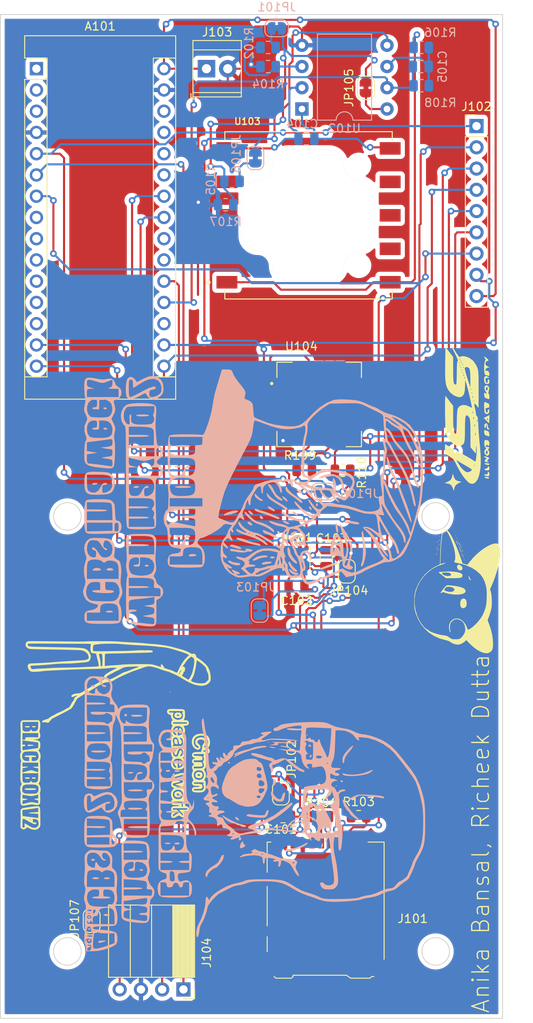
<source format=kicad_pcb>
(kicad_pcb (version 20211014) (generator pcbnew)
  (title_block (title "Payload Easy Board") (rev "1"))
  (layers (0 "F.Cu" signal) (31 "B.Cu" signal) (34 "B.Paste" user) (35 "F.Paste" user) (36 "B.SilkS" user "B.Silkscreen") (37 "F.SilkS" user "F.Silkscreen") (38 "B.Mask" user) (39 "F.Mask" user) (44 "Edge.Cuts" user))
  (net 0 "")
  (net 4 "GND")
  (net 5 "/CS_BME")
  (net 6 "/DOUT")
  (net 7 "/CS_SD")
  (net 14 "/MISO")
  (net 15 "/MOSI")
  (net 16 "/SCK")
  (net 17 "+3V3")
  (net 19 "/O3_OUT")
  (net 20 "/AOUT")
  (net 23 "/SDA")
  (net 24 "/SCL")
  (net 27 "+5V")
  (net 29 "VCC")
  (net 30 "Net-(J101-Pad1)")
  (net 31 "Net-(J101-Pad8)")
  (net 32 "Net-(R106-Pad1)")
  (net 33 "Net-(C104-Pad2)")
  (net 34 "Net-(C104-Pad1)")
  (net 35 "Net-(C105-Pad1)")
  (net 36 "Net-(R102-Pad2)")
  (net 37 "Net-(R105-Pad2)")
  (net 38 "Net-(C101-Pad2)")
  (net 39 "Net-(C102-Pad2)")
  (net 40 "Net-(C103-Pad1)")
  (net 41 "Net-(J104-Pad4)")
  (net 42 "Net-(JP101-Pad1)")
  (net 43 "Net-(JP105-Pad2)")
  (net 44 "Net-(JP106-Pad2)")
  (net 45 "Net-(JP108-Pad2)")
  (footprint "Capacitor_SMD:C_0805_2012Metric" (layer "F.Cu") (at 148.931 104.989 90)
    (fp_text reference "C103")
    (fp_text value "100nF")
  )
  (footprint "Capacitor_SMD:C_0805_2012Metric" (layer "F.Cu") (at 145.375 108.291)
    (fp_text reference "C102")
    (fp_text value "100nF")
  )
  (footprint "Resistor_SMD:R_0805_2012Metric" (layer "F.Cu") (at 146.304 94.488 180)
    (fp_text reference "R109")
    (fp_text value "10k")
  )
  (footprint "SCD41-D-R2:XDCR_SCD41-D-R2" (layer "F.Cu") (at 148.082 86.614)
    (fp_text reference "U104")
    (fp_text value "SCD41-D-R2")
  )
  (footprint "Jumper:SolderJumper-2_P1.3mm_Bridged_RoundedPad1.0x1.5mm" (layer "F.Cu") (at 120.904 148.336 -90)
    (fp_text reference "JP107")
    (fp_text value "Jumper_NC_Small")
  )
  (footprint "Resistor_SMD:R_0805_2012Metric" (layer "F.Cu") (at 152.8045 135.89)
    (fp_text reference "R103")
    (fp_text value "10k")
  )
  (footprint "110-407:XDCR_110-407" (layer "F.Cu") (at 146.812 64.008)
    (fp_text reference "U103")
    (fp_text value "110-407")
    (fp_line (start -2.415 7.875) (end 2.415 7.875) (layer "Edge.Cuts") (width 0.01))
    (fp_line (start 7.875 2.415) (end 7.875 -2.415) (layer "Edge.Cuts") (width 0.01))
    (fp_line (start -7.875 -2.415) (end -7.875 2.415) (layer "Edge.Cuts") (width 0.01))
    (fp_line (start 2.415 -7.875) (end -2.415 -7.875) (layer "Edge.Cuts") (width 0.01))
    (fp_arc (start 6.055 -4.235) (mid 4.768066 -4.768066) (end 4.235 -6.055) (layer "Edge.Cuts") (width 0.01))
    (fp_arc (start -6.055 4.235) (mid -7.341934 3.701934) (end -7.875 2.415) (layer "Edge.Cuts") (width 0.01))
    (fp_arc (start 7.875 2.415) (mid 7.341934 3.701934) (end 6.055 4.235) (layer "Edge.Cuts") (width 0.01))
    (fp_arc (start -7.875 -2.415) (mid -7.341934 -3.701934) (end -6.055 -4.235) (layer "Edge.Cuts") (width 0.01))
    (fp_arc (start 4.235 6.055) (mid 3.701934 7.341934) (end 2.415 7.875) (layer "Edge.Cuts") (width 0.01))
    (fp_arc (start -4.235 -6.055) (mid -4.768066 -4.768066) (end -6.055 -4.235) (layer "Edge.Cuts") (width 0.01))
    (fp_arc (start 6.055 -4.235) (mid 7.341934 -3.701934) (end 7.875 -2.415) (layer "Edge.Cuts") (width 0.01))
    (fp_arc (start -2.415 7.875) (mid -3.701934 7.341934) (end -4.235 6.055) (layer "Edge.Cuts") (width 0.01))
    (fp_arc (start 2.415 -7.875) (mid 3.701934 -7.341934) (end 4.235 -6.055) (layer "Edge.Cuts") (width 0.01))
    (fp_arc (start 4.235 6.055) (mid 4.768066 4.768066) (end 6.055 4.235) (layer "Edge.Cuts") (width 0.01))
    (fp_arc (start -4.235 -6.055) (mid -3.701934 -7.341934) (end -2.415 -7.875) (layer "Edge.Cuts") (width 0.01))
    (fp_arc (start -6.055 4.235) (mid -4.768066 4.768066) (end -4.235 6.055) (layer "Edge.Cuts") (width 0.01))
  )
  (footprint "Resistor_SMD:R_0805_2012Metric" (layer "F.Cu") (at 148.336 135.89)
    (fp_text reference "R101")
    (fp_text value "10k")
  )
  (footprint "meme:black_box_no_work" (layer "F.Cu") (at 124.206 125.984 -90)
    (fp_text reference "G***" hide)
    (fp_text value "LOGO" hide)
  )
  (footprint "LOGO" (layer "F.Cu") (at 164.592 108.966 90)
    (fp_text reference "G" hide)
    (fp_text value "LOGO" hide)
  )
  (footprint "TerminalBlock_TE-Connectivity:TerminalBlock_TE_282834-2_1x02_P2.54mm_Horizontal" (layer "F.Cu") (at 134.62 46.482)
    (fp_text reference "J103")
    (fp_text value "Screw_Terminal_01x02")
  )
  (footprint "Module:Arduino_Nano" (layer "F.Cu") (at 114.3 46.482)
    (fp_text reference "A101")
    (fp_text value "Arduino_Nano_v3.x")
  )
  (footprint "Capacitor_SMD:C_0805_2012Metric" (layer "F.Cu") (at 143.764 135.89)
    (fp_text reference "C101")
    (fp_text value "100 nF")
  )
  (footprint "Connector_Card:microSD_HC_Hirose_DM3AT-SF-PEJM5" (layer "F.Cu") (at 148.844 146.812)
    (fp_text reference "J101")
    (fp_text value "Micro_SD_Card")
  )
  (footprint "Jumper:SolderJumper-2_P1.3mm_Bridged_RoundedPad1.0x1.5mm" (layer "F.Cu") (at 143.51 133.096 90)
    (fp_text reference "JP102")
    (fp_text value "Jumper_NC_Small")
  )
  (footprint "Jumper:SolderJumper-2_P1.3mm_Bridged_RoundedPad1.0x1.5mm" (layer "F.Cu") (at 151.384 106.568 90)
    (fp_text reference "JP104")
    (fp_text value "Jumper_NC_Small")
  )
  (footprint "Jumper:SolderJumper-2_P1.3mm_Bridged_RoundedPad1.0x1.5mm" (layer "F.Cu") (at 153.67 48.768 -90)
    (fp_text reference "JP105")
    (fp_text value "Jumper_NC_Small")
  )
  (footprint "Resistor_SMD:R_0805_2012Metric" (layer "F.Cu") (at 150.876 94.488 180)
    (fp_text reference "R110")
    (fp_text value "10k")
  )
  (footprint "Connector_PinSocket_2.54mm:PinSocket_1x04_P2.54mm_Horizontal" (layer "F.Cu") (at 131.866 156.546 -90)
    (fp_text reference "J104")
    (fp_text value "Conn_01x04_Female")
  )
  (footprint "Package_LGA:Bosch_LGA-8_3x3mm_P0.8mm_ClockwisePinNumbering" (layer "F.Cu") (at 145.375 104.989)
    (fp_text reference "U101")
    (fp_text value "BME680")
  )
  (footprint "Connector_PinHeader_2.54mm:PinHeader_1x09_P2.54mm_Vertical" (layer "F.Cu") (at 166.878 53.34)
    (fp_text reference "J102")
    (fp_text value "Conn_01x09_Male")
  )
  (footprint "LOGO" (layer "F.Cu") (at 165.608 87.884 90)
    (fp_text reference "G***" hide)
    (fp_text value "LOGO" hide)
  )
  (footprint "Jumper:SolderJumper-2_P1.3mm_Bridged_RoundedPad1.0x1.5mm" (layer "B.Cu") (at 143.002 41.656)
    (fp_text reference "JP101")
    (fp_text value "Jumper_NC_Small")
  )
  (footprint "Resistor_SMD:R_0805_2012Metric" (layer "B.Cu") (at 160.2695 43.942)
    (fp_text reference "R106")
    (fp_text value "150 Ohm")
  )
  (footprint "Resistor_SMD:R_0805_2012Metric" (layer "B.Cu") (at 160.2695 48.514 180)
    (fp_text reference "R108")
    (fp_text value "10k")
  )
  (footprint "Package_DIP:DIP-8_W10.16mm" (layer "B.Cu") (at 146.0255 51.298)
    (fp_text reference "U102")
    (fp_text value "LM358")
  )
  (footprint "meme:meme" (layer "B.Cu") (at 140.97 117.602 90)
    (fp_text reference "G***" hide)
    (fp_text value "LOGO" hide)
  )
  (footprint "Resistor_SMD:R_0805_2012Metric" (layer "B.Cu") (at 141.9815 43.942 180)
    (fp_text reference "R102")
    (fp_text value "R_US")
  )
  (footprint "Jumper:SolderJumper-2_P1.3mm_Bridged_RoundedPad1.0x1.5mm" (layer "B.Cu") (at 140.462 57.15 -90)
    (fp_text reference "JP106")
    (fp_text value "Jumper_NC_Small")
  )
  (footprint "Capacitor_SMD:C_0805_2012Metric" (layer "B.Cu") (at 146.558 54.864 180)
    (fp_text reference "C104")
    (fp_text value "0.1uF")
  )
  (footprint "Capacitor_SMD:C_0805_2012Metric" (layer "B.Cu") (at 160.2195 46.22 180)
    (fp_text reference "C105")
    (fp_text value "0.1uF")
  )
  (footprint "Jumper:SolderJumper-2_P1.3mm_Bridged_RoundedPad1.0x1.5mm" (layer "B.Cu") (at 140.97 111.252 -90)
    (fp_text reference "JP103")
    (fp_text value "Jumper_NC_Small")
  )
  (footprint "Resistor_SMD:R_0805_2012Metric" (layer "B.Cu") (at 136.906 62.738 180)
    (fp_text reference "R107")
    (fp_text value "R_US")
  )
  (footprint "Jumper:SolderJumper-2_P1.3mm_Bridged_RoundedPad1.0x1.5mm" (layer "B.Cu") (at 148.59 97.028)
    (fp_text reference "JP108")
    (fp_text value "Jumper_NC_Small")
  )
  (footprint "Resistor_SMD:R_0805_2012Metric" (layer "B.Cu") (at 141.9815 46.228 180)
    (fp_text reference "R104")
    (fp_text value "R_US")
  )
  (footprint "Resistor_SMD:R_0805_2012Metric" (layer "B.Cu") (at 137.6635 59.944 180)
    (fp_text reference "R105")
    (fp_text value "R_US")
  )
  (gr_circle (center 162 100) (end 163.65 100) (layer "Edge.Cuts") (width 0.1) (fill none))
  (gr_circle (center 162 152) (end 163.65 152) (layer "Edge.Cuts") (width 0.1) (fill none))
  (gr_rect (start 110 40) (end 170 160) (layer "Edge.Cuts") (width 0.1) (fill none))
  (gr_circle (center 118 152) (end 119.65 152) (layer "Edge.Cuts") (width 0.1) (fill none))
  (gr_circle (center 118 100) (end 119.65 100) (layer "Edge.Cuts") (width 0.1) (fill none))
  (gr_text "Anika Bansal, Richeek Dutta" (at 167.386 137.922 90) (layer "F.SilkS") (effects (font (size 2 2))))
  (segment (start 139.954 45.974) (end 139.446 46.482) (width 0.25) (layer "F.Cu") (net 4))
  (segment (start 137.16 48.006) (end 136.144 49.022) (width 0.25) (layer "F.Cu") (net 4))
  (segment (start 135.89 49.022) (end 135.636 49.276) (width 0.25) (layer "F.Cu") (net 4))
  (segment (start 134.62 51.562) (end 133.641489 52.540511) (width 0.25) (layer "F.Cu") (net 4))
  (segment (start 144.975 106.913) (end 144.975 106.1765) (width 0.25) (layer "F.Cu") (net 4))
  (segment (start 135.636 51.308) (end 135.382 51.562) (width 0.25) (layer "F.Cu") (net 4))
  (segment (start 133.641489 52.540511) (end 133.641489 62.446511) (width 0.25) (layer "F.Cu") (net 4))
  (segment (start 139.446 46.482) (end 137.16 46.482) (width 0.25) (layer "F.Cu") (net 4))
  (segment (start 146.549386 109.728) (end 145.862 109.728) (width 0.25) (layer "F.Cu") (net 4))
  (segment (start 135.636 50.546) (end 135.636 51.308) (width 0.25) (layer "F.Cu") (net 4))
  (segment (start 135.89 49.022) (end 129.54 49.022) (width 0.25) (layer "F.Cu") (net 4))
  (segment (start 142.969 136.045) (end 142.969 139.087) (width 0.25) (layer "F.Cu") (net 4))
  (segment (start 146.765897 109.511489) (end 146.549386 109.728) (width 0.25) (layer "F.Cu") (net 4))
  (segment (start 149.947 109.307) (end 148.629282 109.307) (width 0.25) (layer "F.Cu") (net 4))
  (segment (start 136.144 49.022) (end 135.89 49.022) (width 0.25) (layer "F.Cu") (net 4))
  (segment (start 148.629282 109.307) (end 148.208282 109.728) (width 0.25) (layer "F.Cu") (net 4))
  (segment (start 151.537 104.039) (end 148.931 104.039) (width 0.25) (layer "F.Cu") (net 4))
  (segment (start 139.954 45.974) (end 139.954 41.91) (width 0.25) (layer "F.Cu") (net 4))
  (segment (start 145.862 109.728) (end 144.425 108.291) (width 0.25) (layer "F.Cu") (net 4))
  (segment (start 145.582 82.614) (end 145.582 84.114) (width 0.25) (layer "F.Cu") (net 4))
  (segment (start 145.582 90.614) (end 145.582 89.114) (width 0.25) (layer "F.Cu") (net 4))
  (segment (start 147.366103 109.511489) (end 146.765897 109.511489) (width 0.25) (layer "F.Cu") (net 4))
  (segment (start 148.208282 109.728) (end 147.582614 109.728) (width 0.25) (layer "F.Cu") (net 4))
  (segment (start 135.636 49.276) (end 135.636 50.546) (width 0.25) (layer "F.Cu") (net 4))
  (segment (start 145.582 89.114) (end 148.082 86.614) (width 0.25) (layer "F.Cu") (net 4))
  (segment (start 144.425 108.291) (end 144.425 107.463) (width 0.25) (layer "F.Cu") (net 4))
  (segment (start 140.424511 41.439489) (end 145.583603 41.439489) (width 0.25) (layer "F.Cu") (net 4))
  (segment (start 145.583603 41.439489) (end 146.0255 41.881386) (width 0.25) (layer "F.Cu") (net 4))
  (segment (start 151.892 104.394) (end 151.537 104.039) (width 0.25) (layer "F.Cu") (net 4))
  (segment (start 133.604 62.484) (end 133.641489 62.446511) (width 0.25) (layer "F.Cu") (net 4))
  (segment (start 146.0255 41.881386) (end 146.0255 43.678) (width 0.25) (layer "F.Cu") (net 4))
  (segment (start 147.582614 109.728) (end 147.366103 109.511489) (width 0.25) (layer "F.Cu") (net 4))
  (segment (start 137.16 46.482) (end 137.16 48.006) (width 0.25) (layer "F.Cu") (net 4))
  (segment (start 139.954 41.91) (end 140.424511 41.439489) (width 0.25) (layer "F.Cu") (net 4))
  (segment (start 135.382 51.562) (end 134.62 51.562) (width 0.25) (layer "F.Cu") (net 4))
  (segment (start 142.814 135.89) (end 142.969 136.045) (width 0.25) (layer "F.Cu") (net 4))
  (segment (start 144.425 107.463) (end 144.975 106.913) (width 0.25) (layer "F.Cu") (net 4))
  (segment (start 145.582 84.114) (end 148.082 86.614) (width 0.25) (layer "F.Cu") (net 4))
  (via (at 143.764 90.932) (size 0.8) (drill 0.4) (layers "F.Cu" "B.Cu") (net 4))
  (via (at 151.892 104.394) (size 0.8) (drill 0.4) (layers "F.Cu" "B.Cu") (net 4))
  (via (at 149.947 109.307) (size 0.8) (drill 0.4) (layers "F.Cu" "B.Cu") (net 4))
  (via (at 133.641489 62.446511) (size 0.8) (drill 0.4) (layers "F.Cu" "B.Cu") (net 4))
  (via (at 139.954 45.974) (size 0.8) (drill 0.4) (layers "F.Cu" "B.Cu") (net 4))
  (via (at 146.304 104.86498) (size 0.8) (drill 0.4) (layers "F.Cu" "B.Cu") (net 4))
  (segment (start 141.069 46.228) (end 140.208 46.228) (width 0.25) (layer "B.Cu") (net 4))
  (segment (start 133.641489 62.446511) (end 133.932978 62.738) (width 0.25) (layer "B.Cu") (net 4))
  (segment (start 151.892 104.394) (end 151.892 108.712) (width 0.25) (layer "B.Cu") (net 4))
  (segment (start 150.250511 109.003489) (end 149.947 109.307) (width 0.25) (layer "B.Cu") (net 4))
  (segment (start 135.9935 62.738) (end 133.932978 62.738) (width 0.25) (layer "B.Cu") (net 4))
  (segment (start 151.600511 109.003489) (end 150.250511 109.003489) (width 0.25) (layer "B.Cu") (net 4))
  (segment (start 140.208 46.228) (end 139.954 45.974) (width 0.25) (layer "B.Cu") (net 4))
  (segment (start 151.892 108.712) (end 151.600511 109.003489) (width 0.25) (layer "B.Cu") (net 4))
  (segment (start 144.975 103.8015) (end 144.975 103.573) (width 0.25) (layer "F.Cu") (net 5))
  (segment (start 144.272 96.012) (end 143.764 95.504) (width 0.25) (layer "F.Cu") (net 5))
  (segment (start 117.094 56.642) (end 114.3 56.642) (width 0.25) (layer "F.Cu") (net 5))
  (segment (start 144.975 103.573) (end 144.272 102.87) (width 0.25) (layer "F.Cu") (net 5))
  (segment (start 117.602 57.15) (end 117.094 56.642) (width 0.25) (layer "F.Cu") (net 5))
  (segment (start 143.764 54.102) (end 148.844 54.102) (width 0.25) (layer "F.Cu") (net 5))
  (segment (start 144.272 102.87) (end 144.272 96.012) (width 0.25) (layer "F.Cu") (net 5))
  (segment (start 117.602 94.742) (end 117.602 57.15) (width 0.25) (layer "F.Cu") (net 5))
  (via (at 117.602 94.742) (size 0.8) (drill 0.4) (layers "F.Cu" "B.Cu") (net 5))
  (via (at 148.844 54.102) (size 0.8) (drill 0.4) (layers "F.Cu" "B.Cu") (net 5))
  (via (at 143.764 95.504) (size 0.8) (drill 0.4) (layers "F.Cu" "B.Cu") (net 5))
  (via (at 143.764 54.102) (size 0.8) (drill 0.4) (layers "F.Cu" "B.Cu") (net 5))
  (segment (start 149.606 53.34) (end 166.878 53.34) (width 0.25) (layer "B.Cu") (net 5))
  (segment (start 118.364 95.504) (end 117.602 94.742) (width 0.25) (layer "B.Cu") (net 5))
  (segment (start 148.844 54.102) (end 149.606 53.34) (width 0.25) (layer "B.Cu") (net 5))
  (segment (start 131.1303 54.102) (end 129.714811 55.517489) (width 0.25) (layer "B.Cu") (net 5))
  (segment (start 143.764 95.504) (end 118.364 95.504) (width 0.25) (layer "B.Cu") (net 5))
  (segment (start 117.202511 55.517489) (end 116.078 56.642) (width 0.25) (layer "B.Cu") (net 5))
  (segment (start 143.764 54.102) (end 131.1303 54.102) (width 0.25) (layer "B.Cu") (net 5))
  (segment (start 116.078 56.642) (end 114.3 56.642) (width 0.25) (layer "B.Cu") (net 5))
  (segment (start 129.714811 55.517489) (end 117.202511 55.517489) (width 0.25) (layer "B.Cu") (net 5))
  (segment (start 131.572 57.912) (end 131.866 58.206) (width 0.25) (layer "F.Cu") (net 6))
  (segment (start 131.866 58.206) (end 131.866 156.546) (width 0.25) (layer "F.Cu") (net 6))
  (via (at 131.572 57.912) (size 0.8) (drill 0.4) (layers "F.Cu" "B.Cu") (net 6))
  (segment (start 115.57 57.912) (end 114.3 59.182) (width 0.25) (layer "B.Cu") (net 6))
  (segment (start 131.572 57.912) (end 115.57 57.912) (width 0.25) (layer "B.Cu") (net 6))
  (segment (start 150.519 139.087) (end 150.844623 138.761377) (width 0.25) (layer "F.Cu") (net 7))
  (segment (start 160.782 71.374) (end 160.782 68.58) (width 0.25) (layer "F.Cu") (net 7))
  (segment (start 116.332 62.23) (end 116.332 68.58) (width 0.25) (layer "F.Cu") (net 7))
  (segment (start 150.844623 138.761377) (end 150.844623 136.664992) (width 0.25) (layer "F.Cu") (net 7))
  (segment (start 155.194 74.422) (end 155.702 73.914) (width 0.25) (layer "F.Cu") (net 7))
  (segment (start 155.194 136.906) (end 155.194 74.422) (width 0.25) (layer "F.Cu") (net 7))
  (via (at 150.844623 136.664992) (size 0.8) (drill 0.4) (layers "F.Cu" "B.Cu") (net 7))
  (via (at 116.332 68.58) (size 0.8) (drill 0.4) (layers "F.Cu" "B.Cu") (net 7))
  (via (at 155.702 73.914) (size 0.8) (drill 0.4) (layers "F.Cu" "B.Cu") (net 7))
  (via (at 116.332 62.23) (size 0.8) (drill 0.4) (layers "F.Cu" "B.Cu") (net 7))
  (via (at 155.194 136.906) (size 0.8) (drill 0.4) (layers "F.Cu" "B.Cu") (net 7))
  (via (at 160.782 68.58) (size 0.8) (drill 0.4) (layers "F.Cu" "B.Cu") (net 7))
  (via (at 160.782 71.374) (size 0.8) (drill 0.4) (layers "F.Cu" "B.Cu") (net 7))
  (segment (start 160.147 72.009) (end 160.782 71.374) (width 0.25) (layer "B.Cu") (net 7))
  (segment (start 138.383612 70.466511) (end 140.027009 72.109908) (width 0.25) (layer "B.Cu") (net 7))
  (segment (start 118.218511 70.466511) (end 138.383612 70.466511) (width 0.25) (layer "B.Cu") (net 7))
  (segment (start 151.085631 136.906) (end 155.194 136.906) (width 0.25) (layer "B.Cu") (net 7))
  (segment (start 155.702 73.914) (end 158.242 73.914) (width 0.25) (layer "B.Cu") (net 7))
  (segment (start 160.046092 72.109908) (end 160.147 72.009) (width 0.25) (layer "B.Cu") (net 7))
  (segment (start 116.332 68.58) (end 118.218511 70.466511) (width 0.25) (layer "B.Cu") (net 7))
  (segment (start 158.242 73.914) (end 160.147 72.009) (width 0.25) (layer "B.Cu") (net 7))
  (segment (start 140.027009 72.109908) (end 160.046092 72.109908) (width 0.25) (layer "B.Cu") (net 7))
  (segment (start 160.782 68.58) (end 166.878 68.58) (width 0.25) (layer "B.Cu") (net 7))
  (segment (start 115.824 61.722) (end 116.332 62.23) (width 0.25) (layer "B.Cu") (net 7))
  (segment (start 150.844623 136.664992) (end 151.085631 136.906) (width 0.25) (layer "B.Cu") (net 7))
  (segment (start 114.3 61.722) (end 115.824 61.722) (width 0.25) (layer "B.Cu") (net 7))
  (segment (start 147.0615 106.1765) (end 146.575 106.1765) (width 0.25) (layer "F.Cu") (net 14))
  (segment (start 160.21102 56.70498) (end 160.21102 65.024) (width 0.25) (layer "F.Cu") (net 14))
  (segment (start 160.057489 95.212511) (end 159.766 95.504) (width 0.25) (layer "F.Cu") (net 14))
  (segment (start 160.528 56.388) (end 160.21102 56.70498) (width 0.25) (layer "F.Cu") (net 14))
  (segment (start 160.057489 65.177531) (end 160.057489 95.212511) (width 0.25) (layer "F.Cu") (net 14))
  (segment (start 124.968 80.01) (end 124.968 112.014) (width 0.25) (layer "F.Cu") (net 14))
  (segment (start 146.304 110.236) (end 147.066 110.236) (width 0.25) (layer "F.Cu") (net 14))
  (segment (start 156.972 112.522) (end 156.718 112.776) (width 0.25) (layer "F.Cu") (net 14))
  (segment (start 124.968 112.014) (end 125.476 112.522) (width 0.25) (layer "F.Cu") (net 14))
  (segment (start 147.574 106.68) (end 147.066 106.172) (width 0.25) (layer "F.Cu") (net 14))
  (segment (start 145.796 113.792) (end 145.796 110.744) (width 0.25) (layer "F.Cu") (net 14))
  (segment (start 156.972 95.758) (end 156.972 112.522) (width 0.25) (layer "F.Cu") (net 14))
  (segment (start 145.034 113.03) (end 145.796 113.792) (width 0.25) (layer "F.Cu") (net 14))
  (segment (start 145.796 110.744) (end 146.304 110.236) (width 0.25) (layer "F.Cu") (net 14))
  (segment (start 160.21102 65.024) (end 160.057489 65.177531) (width 0.25) (layer "F.Cu") (net 14))
  (segment (start 145.019 139.087) (end 145.019 138.191) (width 0.25) (layer "F.Cu") (net 14))
  (segment (start 145.796 135.128) (end 145.796 113.792) (width 0.25) (layer "F.Cu") (net 14))
  (segment (start 147.066 106.172) (end 147.0615 106.1765) (width 0.25) (layer "F.Cu") (net 14))
  (segment (start 145.019 138.191) (end 145.796 137.414) (width 0.25) (layer "F.Cu") (net 14))
  (via (at 159.766 95.504) (size 0.8) (drill 0.4) (layers "F.Cu" "B.Cu") (net 14))
  (via (at 156.718 112.776) (size 0.8) (drill 0.4) (layers "F.Cu" "B.Cu") (net 14))
  (via (at 156.972 95.758) (size 0.8) (drill 0.4) (layers "F.Cu" "B.Cu") (net 14))
  (via (at 125.476 112.522) (size 0.8) (drill 0.4) (layers "F.Cu" "B.Cu") (net 14))
  (via (at 145.796 135.128) (size 0.8) (drill 0.4) (layers "F.Cu" "B.Cu") (net 14))
  (via (at 147.574 106.68) (size 0.8) (drill 0.4) (layers "F.Cu" "B.Cu") (net 14))
  (via (at 147.066 110.236) (size 0.8) (drill 0.4) (layers "F.Cu" "B.Cu") (net 14))
  (via (at 160.528 56.388) (size 0.8) (drill 0.4) (layers "F.Cu" "B.Cu") (net 14))
  (via (at 145.034 113.03) (size 0.8) (drill 0.4) (layers "F.Cu" "B.Cu") (net 14))
  (via (at 145.796 137.414) (size 0.8) (drill 0.4) (layers "F.Cu" "B.Cu") (net 14))
  (via (at 124.968 80.01) (size 0.8) (drill 0.4) (layers "F.Cu" "B.Cu") (net 14))
  (segment (start 145.288 112.776) (end 145.034 113.03) (width 0.25) (layer "B.Cu") (net 14))
  (segment (start 156.718 112.776) (end 145.288 112.776) (width 0.25) (layer "B.Cu") (net 14))
  (segment (start 148.59 106.426) (end 149.1206 106.9566) (width 0.25) (layer "B.Cu") (net 14))
  (segment (start 159.766 95.504) (end 157.226 95.504) (width 0.25) (layer "B.Cu") (net 14))
  (segment (start 114.3 79.502) (end 124.46 79.502) (width 0.25) (layer "B.Cu") (net 14))
  (segment (start 157.226 95.504) (end 156.972 95.758) (width 0.25) (layer "B.Cu") (net 14))
  (segment (start 147.828 106.426) (end 148.59 106.426) (width 0.25) (layer "B.Cu") (net 14))
  (segment (start 145.034 113.03) (end 144.526 113.538) (width 0.25) (layer "B.Cu") (net 14))
  (segment (start 147.828 110.236) (end 147.066 110.236) (width 0.25) (layer "B.Cu") (net 14))
  (segment (start 144.526 113.538) (end 126.492 113.538) (width 0.25) (layer "B.Cu") (net 14))
  (segment (start 166.878 55.88) (end 161.036 55.88) (width 0.25) (layer "B.Cu") (net 14))
  (segment (start 148.14048 109.92352) (end 147.828 110.236) (width 0.25) (layer "B.Cu") (net 14))
  (segment (start 149.1206 106.9566) (end 149.1206 108.2266) (width 0.25) (layer "B.Cu") (net 14))
  (segment (start 124.46 79.502) (end 124.968 80.01) (width 0.25) (layer "B.Cu") (net 14))
  (segment (start 147.574 106.68) (end 147.828 106.426) (width 0.25) (layer "B.Cu") (net 14))
  (segment (start 145.796 137.414) (end 145.796 135.128) (width 0.25) (layer "B.Cu") (net 14))
  (segment (start 148.14048 109.20672) (end 148.14048 109.92352) (width 0.25) (layer "B.Cu") (net 14))
  (segment (start 161.036 55.88) (end 160.528 56.388) (width 0.25) (layer "B.Cu") (net 14))
  (segment (start 149.1206 108.2266) (end 148.14048 109.20672) (width 0.25) (layer "B.Cu") (net 14))
  (segment (start 126.492 113.538) (end 125.476 112.522) (width 0.25) (layer "B.Cu") (net 14))
  (segment (start 145.796 103.7805) (end 145.775 103.8015) (width 0.25) (layer "F.Cu") (net 15))
  (segment (start 143.256 111.506) (end 143.256 103.124) (width 0.25) (layer "F.Cu") (net 15))
  (segment (start 163.068 58.928) (end 162.851489 59.144511) (width 0.25) (layer "F.Cu") (net 15))
  (segment (start 149.419 138.363) (end 150.114 137.668) (width 0.25) (layer "F.Cu") (net 15))
  (segment (start 123.952 82.55) (end 123.952 102.616) (width 0.25) (layer "F.Cu") (net 15))
  (segment (start 150.114 137.668) (end 150.114 137.414) (width 0.25) (layer "F.Cu") (net 15))
  (segment (start 156.21 94.742) (end 156.21 102.87) (width 0.25) (layer "F.Cu") (net 15))
  (segment (start 145.796 103.124) (end 145.796 103.7805) (width 0.25) (layer "F.Cu") (net 15))
  (segment (start 143.256 103.124) (end 143.51 102.87) (width 0.25) (layer "F.Cu") (net 15))
  (segment (start 162.851489 59.144511) (end 162.851489 93.688511) (width 0.25) (layer "F.Cu") (net 15))
  (segment (start 147.503994 111.943994) (end 147.32 111.76) (width 0.25) (layer "F.Cu") (net 15))
  (segment (start 145.542 102.87) (end 145.796 103.124) (width 0.25) (layer "F.Cu") (net 15))
  (segment (start 162.851489 93.688511) (end 162.306 94.234) (width 0.25) (layer "F.Cu") (net 15))
  (segment (start 149.419 139.087) (end 149.419 138.363) (width 0.25) (layer "F.Cu") (net 15))
  (segment (start 156.21 102.87) (end 155.956 103.124) (width 0.25) (layer "F.Cu") (net 15))
  (segment (start 123.952 102.616) (end 124.206 102.87) (width 0.25) (layer "F.Cu") (net 15))
  (segment (start 147.503994 133.971987) (end 147.503994 111.943994) (width 0.25) (layer "F.Cu") (net 15))
  (via (at 155.956 103.124) (size 0.8) (drill 0.4) (layers "F.Cu" "B.Cu") (net 15))
  (via (at 147.503994 133.971987) (size 0.8) (drill 0.4) (layers "F.Cu" "B.Cu") (net 15))
  (via (at 163.068 58.928) (size 0.8) (drill 0.4) (layers "F.Cu" "B.Cu") (net 15))
  (via (at 145.542 102.87) (size 0.8) (drill 0.4) (layers "F.Cu" "B.Cu") (net 15))
  (via (at 124.206 102.87) (size 0.8) (drill 0.4) (layers "F.Cu" "B.Cu") (net 15))
  (via (at 147.32 111.76) (size 0.8) (drill 0.4) (layers "F.Cu" "B.Cu") (net 15))
  (via (at 150.114 137.414) (size 0.8) (drill 0.4) (layers "F.Cu" "B.Cu") (net 15))
  (via (at 143.256 111.506) (size 0.8) (drill 0.4) (layers "F.Cu" "B.Cu") (net 15))
  (via (at 162.306 94.234) (size 0.8) (drill 0.4) (layers "F.Cu" "B.Cu") (net 15))
  (via (at 143.51 102.87) (size 0.8) (drill 0.4) (layers "F.Cu" "B.Cu") (net 15))
  (via (at 123.952 82.55) (size 0.8) (drill 0.4) (layers "F.Cu" "B.Cu") (net 15))
  (via (at 156.21 94.742) (size 0.8) (drill 0.4) (layers "F.Cu" "B.Cu") (net 15))
  (segment (start 147.574 134.041993) (end 147.503994 133.971987) (width 0.25) (layer "B.Cu") (net 15))
  (segment (start 143.51 111.76) (end 143.256 111.506) (width 0.25) (layer "B.Cu") (net 15))
  (segment (start 166.878 58.42) (end 163.576 58.42) (width 0.25) (layer "B.Cu") (net 15))
  (segment (start 145.796 103.124) (end 145.542 102.87) (width 0.25) (layer "B.Cu") (net 15))
  (segment (start 163.576 58.42) (end 163.068 58.928) (width 0.25) (layer "B.Cu") (net 15))
  (segment (start 114.3 82.042) (end 123.444 82.042) (width 0.25) (layer "B.Cu") (net 15))
  (segment (start 149.606 134.62) (end 147.828 134.62) (width 0.25) (layer "B.Cu") (net 15))
  (segment (start 143.51 102.87) (end 145.542 102.87) (width 0.25) (layer "B.Cu") (net 15))
  (segment (start 147.828 134.62) (end 147.574 134.366) (width 0.25) (layer "B.Cu") (net 15))
  (segment (start 156.718 94.234) (end 156.21 94.742) (width 0.25) (layer "B.Cu") (net 15))
  (segment (start 150.114 135.128) (end 149.606 134.62) (width 0.25) (layer "B.Cu") (net 15))
  (segment (start 124.206 102.87) (end 143.51 102.87) (width 0.25) (layer "B.Cu") (net 15))
  (segment (start 123.444 82.042) (end 123.952 82.55) (width 0.25) (layer "B.Cu") (net 15))
  (segment (start 150.114 137.414) (end 150.114 135.128) (width 0.25) (layer "B.Cu") (net 15))
  (segment (start 155.956 103.124) (end 145.796 103.124) (width 0.25) (layer "B.Cu") (net 15))
  (segment (start 162.306 94.234) (end 156.718 94.234) (width 0.25) (layer "B.Cu") (net 15))
  (segment (start 147.574 134.366) (end 147.574 134.041993) (width 0.25) (layer "B.Cu") (net 15))
  (segment (start 147.32 111.76) (end 143.51 111.76) (width 0.25) (layer "B.Cu") (net 15))
  (segment (start 150.876 109.728) (end 153.162 109.728) (width 0.25) (layer "F.Cu") (net 16))
  (segment (start 146.558 111.252) (end 146.558 134.366) (width 0.25) (layer "F.Cu") (net 16))
  (segment (start 129.54 82.042) (end 129.54 98.806) (width 0.25) (layer "F.Cu") (net 16))
  (segment (start 154.432 108.458) (end 154.432 101.092) (width 0.25) (layer "F.Cu") (net 16))
  (segment (start 154.432 101.092) (end 153.67 100.33) (width 0.25) (layer "F.Cu") (net 16))
  (segment (start 146.558 100.33) (end 146.558 103.7845) (width 0.25) (layer "F.Cu") (net 16))
  (segment (start 161.544 61.214) (end 161.544 72.136) (width 0.25) (layer "F.Cu") (net 16))
  (segment (start 148.478777 110.093223) (end 147.611489 110.960511) (width 0.25) (layer "F.Cu") (net 16))
  (segment (start 153.162 109.728) (end 154.432 108.458) (width 0.25) (layer "F.Cu") (net 16))
  (segment (start 161.036 72.644) (end 161.036 80.01) (width 0.25) (layer "F.Cu") (net 16))
  (segment (start 149.329862 110.093223) (end 148.478777 110.093223) (width 0.25) (layer "F.Cu") (net 16))
  (segment (start 147.611489 110.960511) (end 146.849489 110.960511) (width 0.25) (layer "F.Cu") (net 16))
  (segment (start 146.558 103.7845) (end 146.575 103.8015) (width 0.25) (layer "F.Cu") (net 16))
  (segment (start 146.849489 110.960511) (end 146.558 111.252) (width 0.25) (layer "F.Cu") (net 16))
  (segment (start 153.67 100.33) (end 150.876 100.33) (width 0.25) (layer "F.Cu") (net 16))
  (segment (start 129.54 98.806) (end 130.556 99.822) (width 0.25) (layer "F.Cu") (net 16))
  (segment (start 147.219 138.075) (end 146.812 137.668) (width 0.25) (layer "F.Cu") (net 16))
  (segment (start 161.544 72.136) (end 161.036 72.644) (width 0.25) (layer "F.Cu") (net 16))
  (segment (start 147.219 139.087) (end 147.219 138.075) (width 0.25) (layer "F.Cu") (net 16))
  (via (at 146.558 134.366) (size 0.8) (drill 0.4) (layers "F.Cu" "B.Cu") (net 16))
  (via (at 161.544 61.214) (size 0.8) (drill 0.4) (layers "F.Cu" "B.Cu") (net 16))
  (via (at 150.876 100.33) (size 0.8) (drill 0.4) (layers "F.Cu" "B.Cu") (net 16))
  (via (at 130.556 99.822) (size 0.8) (drill 0.4) (layers "F.Cu" "B.Cu") (net 16))
  (via (at 149.329862 110.093223) (size 0.8) (drill 0.4) (layers "F.Cu" "B.Cu") (net 16))
  (via (at 150.876 109.728) (size 0.8) (drill 0.4) (layers "F.Cu" "B.Cu") (net 16))
  (via (at 161.036 80.01) (size 0.8) (drill 0.4) (layers "F.Cu" "B.Cu") (net 16))
  (via (at 146.812 137.668) (size 0.8) (drill 0.4) (layers "F.Cu" "B.Cu") (net 16))
  (via (at 146.558 100.33) (size 0.8) (drill 0.4) (layers "F.Cu" "B.Cu") (net 16))
  (segment (start 146.05 99.822) (end 146.558 100.33) (width 0.25) (layer "B.Cu") (net 16))
  (segment (start 161.798 60.96) (end 166.878 60.96) (width 0.25) (layer "B.Cu") (net 16))
  (segment (start 130.556 99.822) (end 146.05 99.822) (width 0.25) (layer "B.Cu") (net 16))
  (segment (start 130.81 80.772) (end 160.274 80.772) (width 0.25) (layer "B.Cu") (net 16))
  (segment (start 150.876 100.33) (end 146.558 100.33) (width 0.25) (layer "B.Cu") (net 16))
  (segment (start 150.510777 110.093223) (end 150.876 109.728) (width 0.25) (layer "B.Cu") (net 16))
  (segment (start 146.812 137.668) (end 146.558 137.414) (width 0.25) (layer "B.Cu") (net 16))
  (segment (start 161.544 61.214) (end 161.798 60.96) (width 0.25) (layer "B.Cu") (net 16))
  (segment (start 129.54 82.042) (end 130.81 80.772) (width 0.25) (layer "B.Cu") (net 16))
  (segment (start 160.274 80.772) (end 161.036 80.01) (width 0.25) (layer "B.Cu") (net 16))
  (segment (start 149.329862 110.093223) (end 150.510777 110.093223) (width 0.25) (layer "B.Cu") (net 16))
  (segment (start 146.558 137.414) (end 146.558 134.366) (width 0.25) (layer "B.Cu") (net 16))
  (segment (start 149.608212 108.549603) (end 148.681603 108.549603) (width 0.25) (layer "F.Cu") (net 17))
  (segment (start 143.002 131.064) (end 141.224 131.064) (width 0.25) (layer "F.Cu") (net 17))
  (segment (start 143.256 132.192) (end 143.51 132.446) (width 0.25) (layer "F.Cu") (net 17))
  (segment (start 169.164 74.676) (end 169.164 78.994) (width 0.25) (layer "F.Cu") (net 17))
  (segment (start 148.59 108.458) (end 148.59 107.95) (width 0.25) (layer "F.Cu") (net 17))
  (segment (start 154.6815 45.466) (end 153.67 46.4775) (width 0.25) (layer "F.Cu") (net 17))
  (segment (start 152.4 105.918) (end 151.384 105.918) (width 0.25) (layer "F.Cu") (net 17))
  (segment (start 141.478 80.01) (end 141.478 94.234) (width 0.25) (layer "F.Cu") (net 17))
  (segment (start 153.67 46.4775) (end 153.67 48.118) (width 0.25) (layer "F.Cu") (net 17))
  (segment (start 148.336 111.7225) (end 148.336 132.842) (width 0.25) (layer "F.Cu") (net 17))
  (segment (start 152.654 103.378) (end 152.654 105.664) (width 0.25) (layer "F.Cu") (net 17))
  (segment (start 123.698 147.828) (end 121.046 147.828) (width 0.25) (layer "F.Cu") (net 17))
  (segment (start 144.018 94.488) (end 144.488511 94.958511) (width 0.25) (layer "F.Cu") (net 17))
  (segment (start 141.732 94.488) (end 144.018 94.488) (width 0.25) (layer "F.Cu") (net 17))
  (segment (start 144.488511 95.592793) (end 144.72152 95.825803) (width 0.25) (layer "F.Cu") (net 17))
  (segment (start 143.256 130.81) (end 143.256 132.192) (width 0.25) (layer "F.Cu") (net 17))
  (segment (start 147.828 101.854) (end 148.59 102.616) (width 0.25) (layer "F.Cu") (net 17))
  (segment (start 148.59 107.95) (end 148.336 107.696) (width 0.25) (layer "F.Cu") (net 17))
  (segment (start 144.0135 50.038) (end 142.7435 51.308) (width 0.25) (layer "F.Cu") (net 17))
  (segment (start 147.828 98.552) (end 146.304 97.028) (width 0.25) (layer "F.Cu") (net 17))
  (segment (start 144.0135 45.4285) (end 144.0135 50.038) (width 0.25) (layer "F.Cu") (net 17))
  (segment (start 143.256 130.81) (end 143.002 131.064) (width 0.25) (layer "F.Cu") (net 17))
  (segment (start 167.386 71.882) (end 166.878 71.374) (width 0.25) (layer "F.Cu") (net 17))
  (segment (start 134.366 78.74) (end 134.366 55.372) (width 0.25) (layer "F.Cu") (net 17))
  (segment (start 148.681603 108.549603) (end 148.59 108.458) (width 0.25) (layer "F.Cu") (net 17))
  (segment (start 144.488511 94.958511) (end 144.488511 95.592793) (width 0.25) (layer "F.Cu") (net 17))
  (segment (start 147.828 101.854) (end 147.828 98.552) (width 0.25) (layer "F.Cu") (net 17))
  (segment (start 149.845111 108.312704) (end 149.608212 108.549603) (width 0.25) (layer "F.Cu") (net 17))
  (segment (start 145.288 97.028) (end 146.304 97.028) (width 0.25) (layer "F.Cu") (net 17))
  (segment (start 147.828 104.14) (end 147.828 101.854) (width 0.25) (layer "F.Cu") (net 17))
  (segment (start 144.72152 96.46152) (end 145.288 97.028) (width 0.25) (layer "F.Cu") (net 17))
  (segment (start 147.828 104.14) (end 147.32 104.648) (width 0.25) (layer "F.Cu") (net 17))
  (segment (start 121.046 147.828) (end 120.904 147.686) (width 0.25) (layer "F.Cu") (net 17))
  (segment (start 124.206 147.32) (end 123.698 147.828) (width 0.25) (layer "F.Cu") (net 17))
  (segment (start 169.164 78.994) (end 168.91 79.248) (width 0.25) (layer "F.Cu") (net 17))
  (segment (start 124.206 138.176) (end 124.206 147.32) (width 0.25) (layer "F.Cu") (net 17))
  (segment (start 144.72152 95.825803) (end 144.72152 96.46152) (width 0.25) (layer "F.Cu") (net 17))
  (segment (start 141.224 131.064) (end 141.224 137.16) (width 0.25) (layer "F.Cu") (net 17))
  (segment (start 152.654 105.664) (end 152.4 105.918) (width 0.25) (layer "F.Cu") (net 17))
  (segment (start 142.7435 51.308) (end 142.7435 54.864) (width 0.25) (layer "F.Cu") (net 17))
  (segment (start 168.402 71.882) (end 167.386 71.882) (width 0.25) (layer "F.Cu") (net 17))
  (segment (start 148.59 102.616) (end 151.892 102.616) (width 0.25) (layer "F.Cu") (net 17))
  (segment (start 143.797 45.212) (end 144.0135 45.4285) (width 0.25) (layer "F.Cu") (net 17))
  (segment (start 141.478 94.234) (end 141.732 94.488) (width 0.25) (layer "F.Cu") (net 17))
  (segment (start 148.59 111.4685) (end 148.336 111.7225) (width 0.25) (layer "F.Cu") (net 17))
  (segment (start 166.878 71.374) (end 166.878 71.12) (width 0.25) (layer "F.Cu") (net 17))
  (segment (start 151.892 102.616) (end 152.654 103.378) (width 0.25) (layer "F.Cu") (net 17))
  (via (at 143.797 45.212) (size 0.8) (drill 0.4) (layers "F.Cu" "B.Cu") (net 17))
  (via (at 134.366 78.74) (size 0.8) (drill 0.4) (layers "F.Cu" "B.Cu") (net 17))
  (via (at 146.304 97.028) (size 0.8) (drill 0.4) (layers "F.Cu" "B.Cu") (net 17))
  (via (at 169.164 74.676) (size 0.8) (drill 0.4) (layers "F.Cu" "B.Cu") (net 17))
  (via (at 143.256 130.81) (size 0.8) (drill 0.4) (layers "F.Cu" "B.Cu") (net 17))
  (via (at 154.6815 45.466) (size 0.8) (drill 0.4) (layers "F.Cu" "B.Cu") (net 17))
  (via (at 149.845111 108.312704) (size 0.8) (drill 0.4) (layers "F.Cu" "B.Cu") (net 17))
  (via (at 148.59 111.4685) (size 0.8) (drill 0.4) (layers "F.Cu" "B.Cu") (net 17))
  (via (at 147.32 104.648) (size 0.8) (drill 0.4) (layers "F.Cu" "B.Cu") (net 17))
  (via (at 168.402 71.882) (size 0.8) (drill 0.4) (layers "F.Cu" "B.Cu") (net 17))
  (via (at 141.478 80.01) (size 0.8) (drill 0.4) (layers "F.Cu" "B.Cu") (net 17))
  (via (at 134.366 55.372) (size 0.8) (drill 0.4) (layers "F.Cu" "B.Cu") (net 17))
  (via (at 148.336 107.696) (size 0.8) (drill 0.4) (layers "F.Cu" "B.Cu") (net 17))
  (via (at 148.336 132.842) (size 0.8) (drill 0.4) (layers "F.Cu" "B.Cu") (net 17))
  (via (at 141.224 137.16) (size 0.8) (drill 0.4) (layers "F.Cu" "B.Cu") (net 17))
  (via (at 124.206 138.176) (size 0.8) (drill 0.4) (layers "F.Cu" "B.Cu") (net 17))
  (via (at 142.7435 54.864) (size 0.8) (drill 0.4) (layers "F.Cu" "B.Cu") (net 17))
  (via (at 168.91 79.248) (size 0.8) (drill 0.4) (layers "F.Cu" "B.Cu") (net 17))
  (segment (start 144.0135 44.196) (end 144.7755 44.958) (width 0.25) (layer "B.Cu") (net 17))
  (segment (start 145.693476 133.247476) (end 147.930524 133.247476) (width 0.25) (layer "B.Cu") (net 17))
  (segment (start 134.366 55.372) (end 134.874 54.864) (width 0.25) (layer "B.Cu") (net 17))
  (segment (start 168.402 71.882) (end 168.402 73.914) (width 0.25) (layer "B.Cu") (net 17))
  (segment (start 154.1735 44.958) (end 154.6815 45.466) (width 0.25) (layer "B.Cu") (net 17))
  (segment (start 168.91 79.248) (end 147.066 79.248) (width 0.25) (layer "B.Cu") (net 17))
  (segment (start 143.952489 45.056511) (end 143.952489 44.257011) (width 0.25) (layer "B.Cu") (net 17))
  (segment (start 149.098 109.300471) (end 148.59 109.808471) (width 0.25) (layer "B.Cu") (net 17))
  (segment (start 141.224 137.16) (end 140.97 137.414) (width 0.25) (layer "B.Cu") (net 17))
  (segment (start 147.066 79.248) (end 146.812 79.502) (width 0.25) (layer "B.Cu") (net 17))
  (segment (start 149.845111 108.312704) (end 149.098 109.059815) (width 0.25) (layer "B.Cu") (net 17))
  (segment (start 148.336 107.696) (end 142.352 107.696) (width 0.25) (layer "B.Cu") (net 17))
  (segment (start 143.952489 44.257011) (end 144.0135 44.196) (width 0.25) (layer "B.Cu") (net 17))
  (segment (start 143.7595 43.942) (end 144.0135 44.196) (width 0.25) (layer "B.Cu") (net 17))
  (segment (start 148.59 109.808471) (end 148.59 111.4685) (width 0.25) (layer "B.Cu") (net 17))
  (segment (start 129.54 79.502) (end 140.97 79.502) (width 0.25) (layer "B.Cu") (net 17))
  (segment (start 147.930524 133.247476) (end 148.336 132.842) (width 0.25) (layer "B.Cu") (net 17))
  (segment (start 143.7595 43.942) (end 143.7595 41.7635) (width 0.25) (layer "B.Cu") (net 17))
  (segment (start 140.97 79.502) (end 141.478 80.01) (width 0.25) (layer "B.Cu") (net 17))
  (segment (start 124.968 137.414) (end 124.206 138.176) (width 0.25) (layer "B.Cu") (net 17))
  (segment (start 141.224 54.864) (end 140.462 55.626) (width 0.25) (layer "B.Cu") (net 17))
  (segment (start 149.845111 108.312704) (end 149.845111 105.141111) (width 0.25) (layer "B.Cu") (net 17))
  (segment (start 146.304 97.028) (end 147.94 97.028) (width 0.25) (layer "B.Cu") (net 17))
  (segment (start 142.7435 54.864) (end 141.224 54.864) (width 0.25) (layer "B.Cu") (net 17))
  (segment (start 134.874 54.864) (end 140.208 54.864) (width 0.25) (layer "B.Cu") (net 17))
  (segment (start 140.462 78.994) (end 134.62 78.994) (width 0.25) (layer "B.Cu") (net 17))
  (segment (start 144.7755 44.958) (end 154.1735 44.958) (width 0.25) (layer "B.Cu") (net 17))
  (segment (start 149.845111 105.141111) (end 149.606 104.902) (width 0.25) (layer "B.Cu") (net 17))
  (segment (start 140.462 55.626) (end 140.462 56.5) (width 0.25) (layer "B.Cu") (net 17))
  (segment (start 142.352 107.696) (end 141.478 108.57) (width 0.25) (layer "B.Cu") (net 17))
  (segment (start 141.478 108.57) (end 141.478 110.094) (width 0.25) (layer "B.Cu") (net 17))
  (segment (start 134.62 78.994) (end 134.366 78.74) (width 0.25) (layer "B.Cu") (net 17))
  (segment (start 140.97 137.414) (end 124.968 137.414) (width 0.25) (layer "B.Cu") (net 17))
  (segment (start 147.574 104.902) (end 147.32 104.648) (width 0.25) (layer "B.Cu") (net 17))
  (segment (start 143.7595 41.7635) (end 143.652 41.656) (width 0.25) (layer "B.Cu") (net 17))
  (segment (start 149.098 109.059815) (end 149.098 109.300471) (width 0.25) (layer "B.Cu") (net 17))
  (segment (start 149.606 104.902) (end 147.574 104.902) (width 0.25) (layer "B.Cu") (net 17))
  (segment (start 168.402 73.914) (end 169.164 74.676) (width 0.25) (layer "B.Cu") (net 17))
  (segment (start 140.97 79.502) (end 140.462 78.994) (width 0.25) (layer "B.Cu") (net 17))
  (segment (start 143.797 45.212) (end 143.952489 45.056511) (width 0.25) (layer "B.Cu") (net 17))
  (segment (start 141.478 110.094) (end 140.97 110.602) (width 0.25) (layer "B.Cu") (net 17))
  (segment (start 143.256 130.81) (end 145.693476 133.247476) (width 0.25) (layer "B.Cu") (net 17))
  (segment (start 146.812 79.502) (end 140.97 79.502) (width 0.25) (layer "B.Cu") (net 17))
  (segment (start 141.224 54.864) (end 140.208 54.864) (width 0.25) (layer "B.Cu") (net 17))
  (segment (start 132.842 74.168) (end 133.096 74.422) (width 0.25) (layer "F.Cu") (net 19))
  (segment (start 133.096 50.8) (end 132.842 51.054) (width 0.25) (layer "F.Cu") (net 19))
  (segment (start 132.842 51.054) (end 132.842 74.168) (width 0.25) (layer "F.Cu") (net 19))
  (via (at 133.096 74.422) (size 0.8) (drill 0.4) (layers "F.Cu" "B.Cu") (net 19))
  (via (at 133.096 50.8) (size 0.8) (drill 0.4) (layers "F.Cu" "B.Cu") (net 19))
  (segment (start 133.096 74.422) (end 129.54 74.422) (width 0.25) (layer "B.Cu") (net 19))
  (segment (start 156.1855 48.758) (end 156.1855 47.7275) (width 0.25) (layer "B.Cu") (net 19))
  (segment (start 142.617218 48.006) (end 133.604 48.006) (width 0.25) (layer "B.Cu") (net 19))
  (segment (start 155.956 47.498) (end 143.125218 47.498) (width 0.25) (layer "B.Cu") (net 19))
  (segment (start 143.125218 47.498) (end 142.617218 48.006) (width 0.25) (layer "B.Cu") (net 19))
  (segment (start 159.357 48.514) (end 159.113 48.758) (width 0.25) (layer "B.Cu") (net 19))
  (segment (start 133.604 48.006) (end 133.096 48.514) (width 0.25) (layer "B.Cu") (net 19))
  (segment (start 133.096 49.53) (end 133.096 50.8) (width 0.25) (layer "B.Cu") (net 19))
  (segment (start 133.096 48.514) (end 133.096 49.53) (width 0.25) (layer "B.Cu") (net 19))
  (segment (start 156.1855 47.7275) (end 155.956 47.498) (width 0.25) (layer "B.Cu") (net 19))
  (segment (start 159.113 48.758) (end 156.1855 48.758) (width 0.25) (layer "B.Cu") (net 19))
  (segment (start 159.2695 46.22) (end 159.2695 48.4265) (width 0.25) (layer "B.Cu") (net 19))
  (segment (start 159.2695 48.4265) (end 159.357 48.514) (width 0.25) (layer "B.Cu") (net 19))
  (segment (start 129.326 144.312) (end 129.326 156.546) (width 0.25) (layer "F.Cu") (net 20))
  (segment (start 129.54 71.882) (end 130.81 71.882) (width 0.25) (layer "F.Cu") (net 20))
  (segment (start 129.286 144.272) (end 129.286 143.764) (width 0.25) (layer "F.Cu") (net 20))
  (segment (start 130.81 71.882) (end 131.318 72.39) (width 0.25) (layer "F.Cu") (net 20))
  (segment (start 131.318 72.39) (end 131.318 141.732) (width 0.25) (layer "F.Cu") (net 20))
  (segment (start 131.318 141.732) (end 129.286 143.764) (width 0.25) (layer "F.Cu") (net 20))
  (segment (start 129.326 144.312) (end 129.286 144.272) (width 0.25) (layer "F.Cu") (net 20))
  (segment (start 163.576 90.17) (end 163.576 63.754) (width 0.25) (layer "F.Cu") (net 23))
  (segment (start 149.9635 92.3055) (end 150.582 91.687) (width 0.25) (layer "F.Cu") (net 23))
  (segment (start 150.582 90.614) (end 153.988 90.614) (width 0.25) (layer "F.Cu") (net 23))
  (segment (start 163.576 63.754) (end 163.83 63.5) (width 0.25) (layer "F.Cu") (net 23))
  (segment (start 126.746 64.77) (end 126.746 93.98) (width 0.25) (layer "F.Cu") (net 23))
  (segment (start 154.178 94.234) (end 154.178 90.424) (width 0.25) (layer "F.Cu") (net 23))
  (segment (start 126.746 93.98) (end 127.254 94.488) (width 0.25) (layer "F.Cu") (net 23))
  (segment (start 150.582 91.687) (end 150.582 90.614) (width 0.25) (layer "F.Cu") (net 23))
  (segment (start 153.988 90.614) (end 154.178 90.424) (width 0.25) (layer "F.Cu") (net 23))
  (segment (start 149.9635 92.3055) (end 149.9635 94.488) (width 0.25) (layer "F.Cu") (net 23))
  (via (at 154.178 90.424) (size 0.8) (drill 0.4) (layers "F.Cu" "B.Cu") (net 23))
  (via (at 154.178 94.234) (size 0.8) (drill 0.4) (layers "F.Cu" "B.Cu") (net 23))
  (via (at 126.746 64.77) (size 0.8) (drill 0.4) (layers "F.Cu" "B.Cu") (net 23))
  (via (at 163.83 63.5) (size 0.8) (drill 0.4) (layers "F.Cu" "B.Cu") (net 23))
  (via (at 127.254 94.488) (size 0.8) (drill 0.4) (layers "F.Cu" "B.Cu") (net 23))
  (via (at 163.576 90.17) (size 0.8) (drill 0.4) (layers "F.Cu" "B.Cu") (net 23))
  (segment (start 129.54 64.262) (end 127.254 64.262) (width 0.25) (layer "B.Cu") (net 23))
  (segment (start 163.322 90.424) (end 163.576 90.17) (width 0.25) (layer "B.Cu") (net 23))
  (segment (start 127.254 64.262) (end 126.746 64.77) (width 0.25) (layer "B.Cu") (net 23))
  (segment (start 163.83 63.5) (end 166.878 63.5) (width 0.25) (layer "B.Cu") (net 23))
  (segment (start 127.254 94.488) (end 153.924 94.488) (width 0.25) (layer "B.Cu") (net 23))
  (segment (start 154.178 90.424) (end 163.322 90.424) (width 0.25) (layer "B.Cu") (net 23))
  (segment (start 153.924 94.488) (end 154.178 94.234) (width 0.25) (layer "B.Cu") (net 23))
  (segment (start 148.59 92.456) (end 147.828 92.456) (width 0.25) (layer "F.Cu") (net 24))
  (segment (start 148.59 92.456) (end 148.844 92.71) (width 0.25) (layer "F.Cu") (net 24))
  (segment (start 164.338 66.294) (end 164.592 66.04) (width 0.25) (layer "F.Cu") (net 24))
  (segment (start 149.332 91.714) (end 148.59 92.456) (width 0.25) (layer "F.Cu") (net 24))
  (segment (start 164.592 66.04) (end 166.878 66.04) (width 0.25) (layer "F.Cu") (net 24))
  (segment (start 125.73 91.948) (end 125.984 92.202) (width 0.25) (layer "F.Cu") (net 24))
  (segment (start 147.828 92.456) (end 147.2165 93.0675) (width 0.25) (layer "F.Cu") (net 24))
  (segment (start 149.332 90.614) (end 149.332 91.714) (width 0.25) (layer "F.Cu") (net 24))
  (segment (start 147.2165 93.0675) (end 147.2165 94.488) (width 0.25) (layer "F.Cu") (net 24))
  (segment (start 164.338 92.202) (end 164.338 66.294) (width 0.25) (layer "F.Cu") (net 24))
  (segment (start 148.844 92.71) (end 149.098 92.71) (width 0.25) (layer "F.Cu") (net 24))
  (segment (start 125.73 62.23) (end 125.73 91.948) (width 0.25) (layer "F.Cu") (net 24))
  (via (at 149.098 92.71) (size 0.8) (drill 0.4) (layers "F.Cu" "B.Cu") (net 24))
  (via (at 125.984 92.202) (size 0.8) (drill 0.4) (layers "F.Cu" "B.Cu") (net 24))
  (via (at 125.73 62.23) (size 0.8) (drill 0.4) (layers "F.Cu" "B.Cu") (net 24))
  (via (at 164.338 92.202) (size 0.8) (drill 0.4) (layers "F.Cu" "B.Cu") (net 24))
  (segment (start 149.098 92.71) (end 163.83 92.71) (width 0.25) (layer "B.Cu") (net 24))
  (segment (start 129.54 61.722) (end 126.238 61.722) (width 0.25) (layer "B.Cu") (net 24))
  (segment (start 163.83 92.71) (end 164.338 92.202) (width 0.25) (layer "B.Cu") (net 24))
  (segment (start 126.238 61.722) (end 125.73 62.23) (width 0.25) (layer "B.Cu") (net 24))
  (segment (start 148.59 92.202) (end 149.098 92.71) (width 0.25) (layer "B.Cu") (net 24))
  (segment (start 125.984 92.202) (end 148.59 92.202) (width 0.25) (layer "B.Cu") (net 24))
  (segment (start 140.716 40.64) (end 145.796 40.64) (width 0.25) (layer "F.Cu") (net 29))
  (segment (start 169.164 41.148) (end 169.164 73.406) (width 0.25) (layer "F.Cu") (net 29))
  (segment (start 168.91 73.66) (end 166.878 73.66) (width 0.25) (layer "F.Cu") (net 29))
  (segment (start 129.54 46.482) (end 129.54 41.402) (width 0.25) (layer "F.Cu") (net 29))
  (segment (start 129.54 46.482) (end 134.62 46.482) (width 0.25) (layer "F.Cu") (net 29))
  (segment (start 169.164 73.406) (end 168.91 73.66) (width 0.25) (layer "F.Cu") (net 29))
  (segment (start 129.54 41.402) (end 129.794 41.148) (width 0.25) (layer "F.Cu") (net 29))
  (via (at 169.164 41.148) (size 0.8) (drill 0.4) (layers "F.Cu" "B.Cu") (net 29))
  (via (at 129.794 41.148) (size 0.8) (drill 0.4) (layers "F.Cu" "B.Cu") (net 29))
  (via (at 145.796 40.64) (size 0.8) (drill 0.4) (layers "F.Cu" "B.Cu") (net 29))
  (via (at 140.716 40.64) (size 0.8) (drill 0.4) (layers "F.Cu" "B.Cu") (net 29))
  (segment (start 130.302 40.64) (end 140.716 40.64) (width 0.25) (layer "B.Cu") (net 29))
  (segment (start 129.794 41.148) (end 130.302 40.64) (width 0.25) (layer "B.Cu") (net 29))
  (segment (start 168.656 40.64) (end 169.164 41.148) (width 0.25) (layer "B.Cu") (net 29))
  (segment (start 145.796 40.64) (end 168.656 40.64) (width 0.25) (layer "B.Cu") (net 29))
  (segment (start 153.416 137.16) (end 152.146 137.16) (width 0.25) (layer "F.Cu") (net 30))
  (segment (start 152.146 137.16) (end 151.619 137.687) (width 0.25) (layer "F.Cu") (net 30))
  (segment (start 151.619 137.687) (end 151.619 139.087) (width 0.25) (layer "F.Cu") (net 30))
  (segment (start 153.717 135.89) (end 153.717 136.859) (width 0.25) (layer "F.Cu") (net 30))
  (segment (start 153.717 136.859) (end 153.416 137.16) (width 0.25) (layer "F.Cu") (net 30))
  (segment (start 149.2485 137.2635) (end 149.098 137.414) (width 0.25) (layer "F.Cu") (net 31))
  (segment (start 143.919 139.673798) (end 143.919 139.087) (width 0.25) (layer "F.Cu") (net 31))
  (segment (start 149.2485 135.89) (end 149.2485 137.2635) (width 0.25) (layer "F.Cu") (net 31))
  (segment (start 144.510322 140.26512) (end 143.919 139.673798) (width 0.25) (layer "F.Cu") (net 31))
  (via (at 144.510322 140.26512) (size 0.8) (drill 0.4) (layers "F.Cu" "B.Cu") (net 31))
  (via (at 149.098 137.414) (size 0.8) (drill 0.4) (layers "F.Cu" "B.Cu") (net 31))
  (segment (start 149.098 139.7) (end 149.098 137.414) (width 0.25) (layer "B.Cu") (net 31))
  (segment (start 144.510322 140.26512) (end 148.53288 140.26512) (width 0.25) (layer "B.Cu") (net 31))
  (segment (start 148.53288 140.26512) (end 149.098 139.7) (width 0.25) (layer "B.Cu") (net 31))
  (segment (start 159.7615 42.418) (end 159.512 42.6675) (width 0.25) (layer "F.Cu") (net 32))
  (segment (start 159.512 71.6235) (end 159.1275 72.008) (width 0.25) (layer "F.Cu") (net 32))
  (segment (start 159.1275 72.008) (end 156.562 72.008) (width 0.25) (layer "F.Cu") (net 32))
  (segment (start 142.6155 72.008) (end 143.5055 72.898) (width 0.25) (layer "F.Cu") (net 32))
  (segment (start 159.512 42.6675) (end 159.512 71.6235) (width 0.25) (layer "F.Cu") (net 32))
  (segment (start 137.062 72.008) (end 142.6155 72.008) (width 0.25) (layer "F.Cu") (net 32))
  (segment (start 154.5555 72.008) (end 156.562 72.008) (width 0.25) (layer "F.Cu") (net 32))
  (segment (start 143.5055 72.898) (end 153.6655 72.898) (width 0.25) (layer "F.Cu") (net 32))
  (segment (start 153.6655 72.898) (end 154.5555 72.008) (width 0.25) (layer "F.Cu") (net 32))
  (via (at 159.7615 42.418) (size 0.8) (drill 0.4) (layers "F.Cu" "B.Cu") (net 32))
  (segment (start 159.357 42.8225) (end 159.7615 42.418) (width 0.25) (layer "B.Cu") (net 32))
  (segment (start 159.357 43.942) (end 159.357 42.8225) (width 0.25) (layer "B.Cu") (net 32))
  (segment (start 137.062 56.008) (end 142.6155 56.008) (width 0.25) (layer "F.Cu") (net 33))
  (segment (start 142.6155 56.008) (end 142.7435 55.88) (width 0.25) (layer "F.Cu") (net 33))
  (via (at 142.7435 55.88) (size 0.8) (drill 0.4) (layers "F.Cu" "B.Cu") (net 33))
  (segment (start 145.6035 54.168) (end 145.6035 54.8595) (width 0.25) (layer "B.Cu") (net 33))
  (segment (start 146.0255 48.758) (end 144.7855 48.758) (width 0.25) (layer "B.Cu") (net 33))
  (segment (start 145.6035 54.8595) (end 145.608 54.864) (width 0.25) (layer "B.Cu") (net 33))
  (segment (start 145.0295 53.848) (end 145.2835 53.848) (width 0.25) (layer "B.Cu") (net 33))
  (segment (start 144.5215 53.34) (end 145.0295 53.848) (width 0.25) (layer "B.Cu") (net 33))
  (segment (start 145.2835 53.848) (end 145.6035 54.168) (width 0.25) (layer "B.Cu") (net 33))
  (segment (start 143.002 55.88) (end 144.018 54.864) (width 0.25) (layer "B.Cu") (net 33))
  (segment (start 144.7855 48.758) (end 144.5215 49.022) (width 0.25) (layer "B.Cu") (net 33))
  (segment (start 144.018 54.864) (end 145.608 54.864) (width 0.25) (layer "B.Cu") (net 33))
  (segment (start 144.5215 49.022) (end 144.5215 53.34) (width 0.25) (layer "B.Cu") (net 33))
  (segment (start 142.7435 55.88) (end 143.002 55.88) (width 0.25) (layer "B.Cu") (net 33))
  (segment (start 154.1735 55.88) (end 156.434 55.88) (width 0.25) (layer "F.Cu") (net 34))
  (segment (start 156.434 55.88) (end 156.562 56.008) (width 0.25) (layer "F.Cu") (net 34))
  (via (at 154.1735 55.88) (size 0.8) (drill 0.4) (layers "F.Cu" "B.Cu") (net 34))
  (segment (start 154.1735 55.88) (end 153.67 55.88) (width 0.25) (layer "B.Cu") (net 34))
  (segment (start 152.654 54.864) (end 147.508 54.864) (width 0.25) (layer "B.Cu") (net 34))
  (segment (start 147.5035 53.782) (end 147.5035 54.8595) (width 0.25) (layer "B.Cu") (net 34))
  (segment (start 147.3155 53.594) (end 147.5035 53.782) (width 0.25) (layer "B.Cu") (net 34))
  (segment (start 147.5035 54.8595) (end 147.508 54.864) (width 0.25) (layer "B.Cu") (net 34))
  (segment (start 146.5535 53.594) (end 147.3155 53.594) (width 0.25) (layer "B.Cu") (net 34))
  (segment (start 153.67 55.88) (end 152.654 54.864) (width 0.25) (layer "B.Cu") (net 34))
  (segment (start 146.0255 53.066) (end 146.5535 53.594) (width 0.25) (layer "B.Cu") (net 34))
  (segment (start 146.0255 51.298) (end 146.0255 53.066) (width 0.25) (layer "B.Cu") (net 34))
  (segment (start 160.11998 45.17048) (end 161.1695 46.22) (width 0.25) (layer "B.Cu") (net 35))
  (segment (start 161.182 46.2075) (end 161.1695 46.22) (width 0.25) (layer "B.Cu") (net 35))
  (segment (start 156.1855 46.218) (end 157.23302 45.17048) (width 0.25) (layer "B.Cu") (net 35))
  (segment (start 161.182 43.942) (end 161.182 46.2075) (width 0.25) (layer "B.Cu") (net 35))
  (segment (start 161.1695 48.5015) (end 161.182 48.514) (width 0.25) (layer "B.Cu") (net 35))
  (segment (start 157.23302 45.17048) (end 160.11998 45.17048) (width 0.25) (layer "B.Cu") (net 35))
  (segment (start 161.1695 46.22) (end 161.1695 48.5015) (width 0.25) (layer "B.Cu") (net 35))
  (segment (start 139.192 44.6995) (end 139.192 46.736) (width 0.25) (layer "B.Cu") (net 36))
  (segment (start 139.9495 43.942) (end 139.192 44.6995) (width 0.25) (layer "B.Cu") (net 36))
  (segment (start 139.70852 47.25252) (end 141.86948 47.25252) (width 0.25) (layer "B.Cu") (net 36))
  (segment (start 141.86948 47.25252) (end 142.894 46.228) (width 0.25) (layer "B.Cu") (net 36))
  (segment (start 142.904 46.218) (end 146.0255 46.218) (width 0.25) (layer "B.Cu") (net 36))
  (segment (start 141.069 43.942) (end 139.9495 43.942) (width 0.25) (layer "B.Cu") (net 36))
  (segment (start 139.192 46.736) (end 139.70852 47.25252) (width 0.25) (layer "B.Cu") (net 36))
  (segment (start 142.894 46.228) (end 142.904 46.218) (width 0.25) (layer "B.Cu") (net 36))
  (segment (start 143.7595 51.314978) (end 144.5215 50.552978) (width 0.25) (layer "F.Cu") (net 37))
  (segment (start 135.1235 58.166) (end 135.1235 53.086) (width 0.25) (layer "F.Cu") (net 37))
  (segment (start 144.5215 50.552978) (end 144.5215 45.9785) (width 0.25) (layer "F.Cu") (net 37))
  (segment (start 144.900989 42.546511) (end 145.2835 42.164) (width 0.25) (layer "F.Cu") (net 37))
  (segment (start 143.7595 52.578) (end 143.7595 51.314978) (width 0.25) (layer "F.Cu") (net 37))
  (segment (start 144.900989 45.599011) (end 144.900989 42.546511) (width 0.25) (layer "F.Cu") (net 37))
  (segment (start 144.5215 45.9785) (end 144.900989 45.599011) (width 0.25) (layer "F.Cu") (net 37))
  (via (at 143.7595 52.578) (size 0.8) (drill 0.4) (layers "F.Cu" "B.Cu") (net 37))
  (via (at 145.2835 42.164) (size 0.8) (drill 0.4) (layers "F.Cu" "B.Cu") (net 37))
  (via (at 135.1235 53.086) (size 0.8) (drill 0.4) (layers "F.Cu" "B.Cu") (net 37))
  (via (at 135.1235 58.166) (size 0.8) (drill 0.4) (layers "F.Cu" "B.Cu") (net 37))
  (segment (start 136.751 60.8095) (end 137.8185 61.877) (width 0.25) (layer "B.Cu") (net 37))
  (segment (start 137.8185 61.877) (end 137.8185 62.738) (width 0.25) (layer "B.Cu") (net 37))
  (segment (start 145.2835 42.164) (end 155.6975 42.164) (width 0.25) (layer "B.Cu") (net 37))
  (segment (start 156.2055 43.658) (end 156.1855 43.678) (width 0.25) (layer "B.Cu") (net 37))
  (segment (start 156.2055 42.672) (end 156.2055 43.658) (width 0.25) (layer "B.Cu") (net 37))
  (segment (start 136.3935 58.166) (end 135.1235 58.166) (width 0.25) (layer "B.Cu") (net 37))
  (segment (start 143.2515 53.086) (end 143.7595 52.578) (width 0.25) (layer "B.Cu") (net 37))
  (segment (start 136.751 58.5235) (end 136.3935 58.166) (width 0.25) (layer "B.Cu") (net 37))
  (segment (start 135.1235 53.086) (end 143.2515 53.086) (width 0.25) (layer "B.Cu") (net 37))
  (segment (start 155.6975 42.164) (end 156.2055 42.672) (width 0.25) (layer "B.Cu") (net 37))
  (segment (start 136.751 59.944) (end 136.751 58.5235) (width 0.25) (layer "B.Cu") (net 37))
  (segment (start 136.751 59.944) (end 136.751 60.8095) (width 0.25) (layer "B.Cu") (net 37))
  (segment (start 144.714 134.95) (end 144.714 135.89) (width 0.25) (layer "F.Cu") (net 38))
  (segment (start 144.714 135.89) (end 146.304 135.89) (width 0.25) (layer "F.Cu") (net 38))
  (segment (start 151.261307 134.751307) (end 151.892 135.382) (width 0.25) (layer "F.Cu") (net 38))
  (segment (start 148.319 137.651) (end 148.319 139.087) (width 0.25) (layer "F.Cu") (net 38))
  (segment (start 146.304 135.89) (end 147.4235 135.89) (width 0.25) (layer "F.Cu") (net 38))
  (segment (start 147.197307 134.751307) (end 151.261307 134.751307) (width 0.25) (layer "F.Cu") (net 38))
  (segment (start 143.51 133.746) (end 144.714 134.95) (width 0.25) (layer "F.Cu") (net 38))
  (segment (start 146.558 135.390614) (end 147.197307 134.751307) (width 0.25) (layer "F.Cu") (net 38))
  (segment (start 151.892 135.382) (end 151.892 135.89) (width 0.25) (layer "F.Cu") (net 38))
  (segment (start 148.319 137.397) (end 148.319 137.651) (width 0.25) (layer "F.Cu") (net 38))
  (segment (start 146.304 135.89) (end 146.558 135.636) (width 0.25) (layer "F.Cu") (net 38))
  (segment (start 146.558 135.636) (end 146.558 135.390614) (width 0.25) (layer "F.Cu") (net 38))
  (segment (start 147.4235 136.5015) (end 148.319 137.397) (width 0.25) (layer "F.Cu") (net 38))
  (segment (start 147.4235 135.89) (end 147.4235 136.5015) (width 0.25) (layer "F.Cu") (net 38))
  (segment (start 145.775 106.1765) (end 145.775 106.659) (width 0.25) (layer "F.Cu") (net 39))
  (segment (start 146.746 108.712) (end 146.325 108.291) (width 0.25) (layer "F.Cu") (net 39))
  (segment (start 146.325 107.209) (end 146.325 108.291) (width 0.25) (layer "F.Cu") (net 39))
  (segment (start 147.574 108.712) (end 146.746 108.712) (width 0.25) (layer "F.Cu") (net 39))
  (segment (start 145.775 106.659) (end 146.325 107.209) (width 0.25) (layer "F.Cu") (net 39))
  (via (at 147.574 108.712) (size 0.8) (drill 0.4) (layers "F.Cu" "B.Cu") (net 39))
  (segment (start 142.494 109.87) (end 142.494 111.76) (width 0.25) (layer "B.Cu") (net 39))
  (segment (start 142.352 111.902) (end 140.97 111.902) (width 0.25) (layer "B.Cu") (net 39))
  (segment (start 143.398 108.966) (end 147.32 108.966) (width 0.25) (layer "B.Cu") (net 39))
  (segment (start 142.494 109.87) (end 143.398 108.966) (width 0.25) (layer "B.Cu") (net 39))
  (segment (start 147.32 108.966) (end 147.574 108.712) (width 0.25) (layer "B.Cu") (net 39))
  (segment (start 142.494 111.76) (end 142.352 111.902) (width 0.25) (layer "B.Cu") (net 39))
  (segment (start 144.175 105.935) (end 144.613 105.497) (width 0.25) (layer "F.Cu") (net 40))
  (segment (start 145.467491 105.589491) (end 147.245491 105.589491) (width 0.25) (layer "F.Cu") (net 40))
  (segment (start 147.595 105.939) (end 148.931 105.939) (width 0.25) (layer "F.Cu") (net 40))
  (segment (start 144.613 105.497) (end 145.375 105.497) (width 0.25) (layer "F.Cu") (net 40))
  (segment (start 144.175 106.1765) (end 144.175 105.935) (width 0.25) (layer "F.Cu") (net 40))
  (segment (start 148.931 107.021) (end 148.931 105.939) (width 0.25) (layer "F.Cu") (net 40))
  (segment (start 149.128 107.218) (end 148.931 107.021) (width 0.25) (layer "F.Cu") (net 40))
  (segment (start 147.245491 105.589491) (end 147.595 105.939) (width 0.25) (layer "F.Cu") (net 40))
  (segment (start 151.384 107.218) (end 149.128 107.218) (width 0.25) (layer "F.Cu") (net 40))
  (segment (start 145.375 105.497) (end 145.467491 105.589491) (width 0.25) (layer "F.Cu") (net 40))
  (segment (start 123.332 148.986) (end 124.246 149.9) (width 0.25) (layer "F.Cu") (net 41))
  (segment (start 120.904 148.986) (end 123.332 148.986) (width 0.25) (layer "F.Cu") (net 41))
  (segment (start 124.246 150.916) (end 124.246 156.546) (width 0.25) (layer "F.Cu") (net 41))
  (segment (start 124.246 149.9) (end 124.246 150.916) (width 0.25) (layer "F.Cu") (net 41))
  (segment (start 142.352 43.4) (end 142.894 43.942) (width 0.25) (layer "B.Cu") (net 42))
  (segment (start 142.352 41.656) (end 142.352 43.4) (width 0.25) (layer "B.Cu") (net 42))
  (segment (start 154.178 51.308) (end 154.188 51.298) (width 0.25) (layer "F.Cu") (net 43))
  (segment (start 153.67 50.8) (end 154.178 51.308) (width 0.25) (layer "F.Cu") (net 43))
  (segment (start 153.67 49.418) (end 153.67 50.8) (width 0.25) (layer "F.Cu") (net 43))
  (segment (start 154.188 51.298) (end 156.1855 51.298) (width 0.25) (layer "F.Cu") (net 43))
  (segment (start 139.05 57.8) (end 138.576 58.274) (width 0.25) (layer "B.Cu") (net 44))
  (segment (start 140.462 57.8) (end 139.05 57.8) (width 0.25) (layer "B.Cu") (net 44))
  (segment (start 138.576 58.274) (end 138.576 59.944) (width 0.25) (layer "B.Cu") (net 44))
  (segment (start 142.24 93.218) (end 142.24 81.026) (width 0.25) (layer "F.Cu") (net 45))
  (segment (start 145.796 92.202) (end 145.3915 92.6065) (width 0.25) (layer "F.Cu") (net 45))
  (segment (start 145.542 94.6385) (end 145.3915 94.488) (width 0.25) (layer "F.Cu") (net 45))
  (segment (start 145.3915 93.1145) (end 145.034 93.472) (width 0.25) (layer "F.Cu") (net 45))
  (segment (start 145.542 95.758) (end 145.542 94.6385) (width 0.25) (layer "F.Cu") (net 45))
  (segment (start 145.3915 93.1145) (end 145.3915 94.488) (width 0.25) (layer "F.Cu") (net 45))
  (segment (start 142.494 93.472) (end 142.24 93.218) (width 0.25) (layer "F.Cu") (net 45))
  (segment (start 151.7885 96.1155) (end 151.7885 94.488) (width 0.25) (layer "F.Cu") (net 45))
  (segment (start 142.24 81.026) (end 142.494 80.772) (width 0.25) (layer "F.Cu") (net 45))
  (segment (start 150.876 97.028) (end 151.7885 96.1155) (width 0.25) (layer "F.Cu") (net 45))
  (segment (start 145.034 93.472) (end 142.494 93.472) (width 0.25) (layer "F.Cu") (net 45))
  (segment (start 142.494 80.772) (end 146.304 80.772) (width 0.25) (layer "F.Cu") (net 45))
  (segment (start 146.304 80.772) (end 146.832 81.3) (width 0.25) (layer "F.Cu") (net 45))
  (segment (start 145.3915 92.6065) (end 145.3915 93.1145) (width 0.25) (layer "F.Cu") (net 45))
  (segment (start 146.832 81.3) (end 146.832 82.614) (width 0.25) (layer "F.Cu") (net 45))
  (segment (start 146.304 92.202) (end 145.796 92.202) (width 0.25) (layer "F.Cu") (net 45))
  (segment (start 146.832 91.674) (end 146.304 92.202) (width 0.25) (layer "F.Cu") (net 45))
  (segment (start 146.832 90.614) (end 146.832 91.674) (width 0.25) (layer "F.Cu") (net 45))
  (via (at 150.876 97.028) (size 0.8) (drill 0.4) (layers "F.Cu" "B.Cu") (net 45))
  (via (at 145.542 95.758) (size 0.8) (drill 0.4) (layers "F.Cu" "B.Cu") (net 45))
  (segment (start 149.24 97.028) (end 150.876 97.028) (width 0.25) (layer "B.Cu") (net 45))
  (segment (start 148.37894 95.758) (end 145.542 95.758) (width 0.25) (layer "B.Cu") (net 45))
  (segment (start 149.24 97.028) (end 149.24 96.61906) (width 0.25) (layer "B.Cu") (net 45))
  (segment (start 149.24 96.61906) (end 148.37894 95.758) (width 0.25) (layer "B.Cu") (net 45))
  (zone (net 4) (net_name "GND") (layer "F.Cu") (name "GND_F") (connect_pads (clearance 0.508)) (min_thickness 0.254) (fill yes (thermal_gap 0.508) (thermal_bridge_width 0.508))
    (polygon (pts (xy 169.926 159.766) (xy 109.982 159.766) (xy 109.982 40.132) (xy 169.926 40.132)))
  )
  (zone (net 4) (net_name "GND") (layer "B.Cu") (name "GND") (connect_pads (clearance 0.508)) (min_thickness 0.254) (fill yes (thermal_gap 0.508) (thermal_bridge_width 0.508))
    (polygon (pts (xy 169.926 159.766) (xy 109.982 159.766) (xy 109.982 40.132) (xy 169.926 40.132)))
  )
)
</source>
